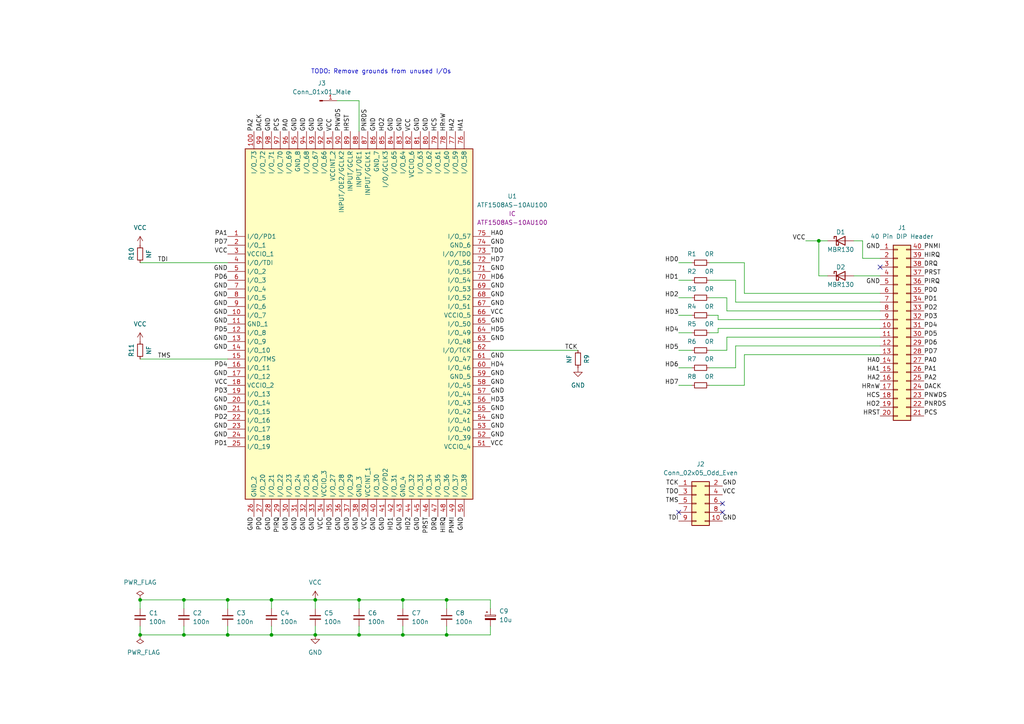
<source format=kicad_sch>
(kicad_sch (version 20211123) (generator eeschema)
  (paper "A4")
  (lib_symbols
    (symbol "ATF1508AS-10AU100:ATF1508AS-10AU100"
      (property "Value" "ATF1508AS-10AU100" (at 0 0 0))
      (property "Reference_1" "IC" (at 72.39 30.48 0))
      (property "Value_1" "ATF1508AS-10AU100" (at 72.39 27.94 0))
      (symbol "ATF1508AS-10AU100_1_1"
        (rectangle (start 5.08 25.4) (end 71.12 -76.2) (stroke (width 0.254)) (fill (type background)))
        (pin passive line (at 0 0 0) (length 5.08) (name "I/O/PD1") (number "1"))
        (pin passive line (at 0 -22.86 0) (length 5.08) (name "I/O_7") (number "10"))
        (pin passive line (at 7.62 30.48 270) (length 5.08) (name "I/O_73") (number "100"))
        (pin passive line (at 0 -25.4 0) (length 5.08) (name "GND_1") (number "11"))
        (pin passive line (at 0 -27.94 0) (length 5.08) (name "I/O_8") (number "12"))
        (pin passive line (at 0 -30.48 0) (length 5.08) (name "I/O_9") (number "13"))
        (pin passive line (at 0 -33.02 0) (length 5.08) (name "I/O_10") (number "14"))
        (pin passive line (at 0 -35.56 0) (length 5.08) (name "I/O/TMS") (number "15"))
        (pin passive line (at 0 -38.1 0) (length 5.08) (name "I/O_11") (number "16"))
        (pin passive line (at 0 -40.64 0) (length 5.08) (name "I/O_12") (number "17"))
        (pin passive line (at 0 -43.18 0) (length 5.08) (name "VCCIO_2") (number "18"))
        (pin passive line (at 0 -45.72 0) (length 5.08) (name "I/O_13") (number "19"))
        (pin passive line (at 0 -2.54 0) (length 5.08) (name "I/O_1") (number "2"))
        (pin passive line (at 0 -48.26 0) (length 5.08) (name "I/O_14") (number "20"))
        (pin passive line (at 0 -50.8 0) (length 5.08) (name "I/O_15") (number "21"))
        (pin passive line (at 0 -53.34 0) (length 5.08) (name "I/O_16") (number "22"))
        (pin passive line (at 0 -55.88 0) (length 5.08) (name "I/O_17") (number "23"))
        (pin passive line (at 0 -58.42 0) (length 5.08) (name "I/O_18") (number "24"))
        (pin passive line (at 0 -60.96 0) (length 5.08) (name "I/O_19") (number "25"))
        (pin passive line (at 7.62 -81.28 90) (length 5.08) (name "GND_2") (number "26"))
        (pin passive line (at 10.16 -81.28 90) (length 5.08) (name "I/O_20") (number "27"))
        (pin passive line (at 12.7 -81.28 90) (length 5.08) (name "I/O_21") (number "28"))
        (pin passive line (at 15.24 -81.28 90) (length 5.08) (name "I/O_22") (number "29"))
        (pin passive line (at 0 -5.08 0) (length 5.08) (name "VCCIO_1") (number "3"))
        (pin passive line (at 17.78 -81.28 90) (length 5.08) (name "I/O_23") (number "30"))
        (pin passive line (at 20.32 -81.28 90) (length 5.08) (name "I/O_24") (number "31"))
        (pin passive line (at 22.86 -81.28 90) (length 5.08) (name "I/O_25") (number "32"))
        (pin passive line (at 25.4 -81.28 90) (length 5.08) (name "I/O_26") (number "33"))
        (pin passive line (at 27.94 -81.28 90) (length 5.08) (name "VCCIO_3") (number "34"))
        (pin passive line (at 30.48 -81.28 90) (length 5.08) (name "I/O_27") (number "35"))
        (pin passive line (at 33.02 -81.28 90) (length 5.08) (name "I/O_28") (number "36"))
        (pin passive line (at 35.56 -81.28 90) (length 5.08) (name "I/O_29") (number "37"))
        (pin passive line (at 38.1 -81.28 90) (length 5.08) (name "GND_3") (number "38"))
        (pin passive line (at 40.64 -81.28 90) (length 5.08) (name "VCCINT_1") (number "39"))
        (pin passive line (at 0 -7.62 0) (length 5.08) (name "I/O/TDI") (number "4"))
        (pin passive line (at 43.18 -81.28 90) (length 5.08) (name "I/O_30") (number "40"))
        (pin passive line (at 45.72 -81.28 90) (length 5.08) (name "I/O/PD2") (number "41"))
        (pin passive line (at 48.26 -81.28 90) (length 5.08) (name "I/O_31") (number "42"))
        (pin passive line (at 50.8 -81.28 90) (length 5.08) (name "GND_4") (number "43"))
        (pin passive line (at 53.34 -81.28 90) (length 5.08) (name "I/O_32") (number "44"))
        (pin passive line (at 55.88 -81.28 90) (length 5.08) (name "I/O_33") (number "45"))
        (pin passive line (at 58.42 -81.28 90) (length 5.08) (name "I/O_34") (number "46"))
        (pin passive line (at 60.96 -81.28 90) (length 5.08) (name "I/O_35") (number "47"))
        (pin passive line (at 63.5 -81.28 90) (length 5.08) (name "I/O_36") (number "48"))
        (pin passive line (at 66.04 -81.28 90) (length 5.08) (name "I/O_37") (number "49"))
        (pin passive line (at 0 -10.16 0) (length 5.08) (name "I/O_2") (number "5"))
        (pin passive line (at 68.58 -81.28 90) (length 5.08) (name "I/O_38") (number "50"))
        (pin passive line (at 76.2 -60.96 180) (length 5.08) (name "VCCIO_4") (number "51"))
        (pin passive line (at 76.2 -58.42 180) (length 5.08) (name "I/O_39") (number "52"))
        (pin passive line (at 76.2 -55.88 180) (length 5.08) (name "I/O_40") (number "53"))
        (pin passive line (at 76.2 -53.34 180) (length 5.08) (name "I/O_41") (number "54"))
        (pin passive line (at 76.2 -50.8 180) (length 5.08) (name "I/O_42") (number "55"))
        (pin passive line (at 76.2 -48.26 180) (length 5.08) (name "I/O_43") (number "56"))
        (pin passive line (at 76.2 -45.72 180) (length 5.08) (name "I/O_44") (number "57"))
        (pin passive line (at 76.2 -43.18 180) (length 5.08) (name "I/O_45") (number "58"))
        (pin passive line (at 76.2 -40.64 180) (length 5.08) (name "GND_5") (number "59"))
        (pin passive line (at 0 -12.7 0) (length 5.08) (name "I/O_3") (number "6"))
        (pin passive line (at 76.2 -38.1 180) (length 5.08) (name "I/O_46") (number "60"))
        (pin passive line (at 76.2 -35.56 180) (length 5.08) (name "I/O_47") (number "61"))
        (pin passive line (at 76.2 -33.02 180) (length 5.08) (name "I/O/TCK") (number "62"))
        (pin passive line (at 76.2 -30.48 180) (length 5.08) (name "I/O_48") (number "63"))
        (pin passive line (at 76.2 -27.94 180) (length 5.08) (name "I/O_49") (number "64"))
        (pin passive line (at 76.2 -25.4 180) (length 5.08) (name "I/O_50") (number "65"))
        (pin passive line (at 76.2 -22.86 180) (length 5.08) (name "VCCIO_5") (number "66"))
        (pin passive line (at 76.2 -20.32 180) (length 5.08) (name "I/O_51") (number "67"))
        (pin passive line (at 76.2 -17.78 180) (length 5.08) (name "I/O_52") (number "68"))
        (pin passive line (at 76.2 -15.24 180) (length 5.08) (name "I/O_53") (number "69"))
        (pin passive line (at 0 -15.24 0) (length 5.08) (name "I/O_4") (number "7"))
        (pin passive line (at 76.2 -12.7 180) (length 5.08) (name "I/O_54") (number "70"))
        (pin passive line (at 76.2 -10.16 180) (length 5.08) (name "I/O_55") (number "71"))
        (pin passive line (at 76.2 -7.62 180) (length 5.08) (name "I/O_56") (number "72"))
        (pin passive line (at 76.2 -5.08 180) (length 5.08) (name "I/O/TDO") (number "73"))
        (pin passive line (at 76.2 -2.54 180) (length 5.08) (name "GND_6") (number "74"))
        (pin passive line (at 76.2 0 180) (length 5.08) (name "I/O_57") (number "75"))
        (pin passive line (at 68.58 30.48 270) (length 5.08) (name "I/O_58") (number "76"))
        (pin passive line (at 66.04 30.48 270) (length 5.08) (name "I/O_59") (number "77"))
        (pin passive line (at 63.5 30.48 270) (length 5.08) (name "I/O_60") (number "78"))
        (pin passive line (at 60.96 30.48 270) (length 5.08) (name "I/O_61") (number "79"))
        (pin passive line (at 0 -17.78 0) (length 5.08) (name "I/O_5") (number "8"))
        (pin passive line (at 58.42 30.48 270) (length 5.08) (name "I/O_62") (number "80"))
        (pin passive line (at 55.88 30.48 270) (length 5.08) (name "I/O_63") (number "81"))
        (pin passive line (at 53.34 30.48 270) (length 5.08) (name "VCCIO_6") (number "82"))
        (pin passive line (at 50.8 30.48 270) (length 5.08) (name "I/O_64") (number "83"))
        (pin passive line (at 48.26 30.48 270) (length 5.08) (name "I/O_65") (number "84"))
        (pin passive line (at 45.72 30.48 270) (length 5.08) (name "I/O/GCLK3") (number "85"))
        (pin passive line (at 43.18 30.48 270) (length 5.08) (name "GND_7") (number "86"))
        (pin passive line (at 40.64 30.48 270) (length 5.08) (name "INPUT/GCLK1") (number "87"))
        (pin passive line (at 38.1 30.48 270) (length 5.08) (name "INPUT/OE1") (number "88"))
        (pin passive line (at 35.56 30.48 270) (length 5.08) (name "INPUT/GCLR") (number "89"))
        (pin passive line (at 0 -20.32 0) (length 5.08) (name "I/O_6") (number "9"))
        (pin passive line (at 33.02 30.48 270) (length 5.08) (name "INPUT/OE2/GCLK2") (number "90"))
        (pin passive line (at 30.48 30.48 270) (length 5.08) (name "VCCINT_2") (number "91"))
        (pin passive line (at 27.94 30.48 270) (length 5.08) (name "I/O_66") (number "92"))
        (pin passive line (at 25.4 30.48 270) (length 5.08) (name "I/O_67") (number "93"))
        (pin passive line (at 22.86 30.48 270) (length 5.08) (name "I/O_68") (number "94"))
        (pin passive line (at 20.32 30.48 270) (length 5.08) (name "GND_8") (number "95"))
        (pin passive line (at 17.78 30.48 270) (length 5.08) (name "I/O_69") (number "96"))
        (pin passive line (at 15.24 30.48 270) (length 5.08) (name "I/O_70") (number "97"))
        (pin passive line (at 12.7 30.48 270) (length 5.08) (name "I/O_71") (number "98"))
        (pin passive line (at 10.16 30.48 270) (length 5.08) (name "I/O_72") (number "99"))
      )
    )
    (symbol "Connector:Conn_01x01_Male" (pin_names (offset 1.016) hide)
      (property "Reference" "J" (at 0 2.54 0))
      (property "Value" "Conn_01x01_Male" (at 0 -2.54 0))
      (symbol "Conn_01x01_Male_1_1"
        (polyline (pts (xy 1.27 0) (xy 0.8636 0)) (stroke (width 0.1524)))
        (rectangle (start 0.8636 0.127) (end 0 -0.127) (stroke (width 0.1524)) (fill (type outline)))
        (pin passive line (at 5.08 0 180) (length 3.81) (name "Pin_1") (number "1"))
      )
    )
    (symbol "Connector_Generic:Conn_02x05_Odd_Even" (pin_names (offset 1.016) hide)
      (property "Reference" "J" (at 1.27 7.62 0))
      (property "Value" "Conn_02x05_Odd_Even" (at 1.27 -7.62 0))
      (symbol "Conn_02x05_Odd_Even_1_1"
        (rectangle (start -1.27 -4.953) (end 0 -5.207) (stroke (width 0.1524)))
        (rectangle (start -1.27 -2.413) (end 0 -2.667) (stroke (width 0.1524)))
        (rectangle (start -1.27 0.127) (end 0 -0.127) (stroke (width 0.1524)))
        (rectangle (start -1.27 2.667) (end 0 2.413) (stroke (width 0.1524)))
        (rectangle (start -1.27 5.207) (end 0 4.953) (stroke (width 0.1524)))
        (rectangle (start -1.27 6.35) (end 3.81 -6.35) (stroke (width 0.254)) (fill (type background)))
        (rectangle (start 3.81 -4.953) (end 2.54 -5.207) (stroke (width 0.1524)))
        (rectangle (start 3.81 -2.413) (end 2.54 -2.667) (stroke (width 0.1524)))
        (rectangle (start 3.81 0.127) (end 2.54 -0.127) (stroke (width 0.1524)))
        (rectangle (start 3.81 2.667) (end 2.54 2.413) (stroke (width 0.1524)))
        (rectangle (start 3.81 5.207) (end 2.54 4.953) (stroke (width 0.1524)))
        (pin passive line (at -5.08 5.08 0) (length 3.81) (name "Pin_1") (number "1"))
        (pin passive line (at 7.62 -5.08 180) (length 3.81) (name "Pin_10") (number "10"))
        (pin passive line (at 7.62 5.08 180) (length 3.81) (name "Pin_2") (number "2"))
        (pin passive line (at -5.08 2.54 0) (length 3.81) (name "Pin_3") (number "3"))
        (pin passive line (at 7.62 2.54 180) (length 3.81) (name "Pin_4") (number "4"))
        (pin passive line (at -5.08 0 0) (length 3.81) (name "Pin_5") (number "5"))
        (pin passive line (at 7.62 0 180) (length 3.81) (name "Pin_6") (number "6"))
        (pin passive line (at -5.08 -2.54 0) (length 3.81) (name "Pin_7") (number "7"))
        (pin passive line (at 7.62 -2.54 180) (length 3.81) (name "Pin_8") (number "8"))
        (pin passive line (at -5.08 -5.08 0) (length 3.81) (name "Pin_9") (number "9"))
      )
    )
    (symbol "Connector_Generic:Conn_02x20_Counter_Clockwise" (pin_names (offset 1.016) hide)
      (property "Reference" "J" (at 1.27 25.4 0))
      (property "Value" "Conn_02x20_Counter_Clockwise" (at 1.27 -27.94 0))
      (symbol "Conn_02x20_Counter_Clockwise_1_1"
        (rectangle (start -1.27 -25.273) (end 0 -25.527) (stroke (width 0.1524)))
        (rectangle (start -1.27 -22.733) (end 0 -22.987) (stroke (width 0.1524)))
        (rectangle (start -1.27 -20.193) (end 0 -20.447) (stroke (width 0.1524)))
        (rectangle (start -1.27 -17.653) (end 0 -17.907) (stroke (width 0.1524)))
        (rectangle (start -1.27 -15.113) (end 0 -15.367) (stroke (width 0.1524)))
        (rectangle (start -1.27 -12.573) (end 0 -12.827) (stroke (width 0.1524)))
        (rectangle (start -1.27 -10.033) (end 0 -10.287) (stroke (width 0.1524)))
        (rectangle (start -1.27 -7.493) (end 0 -7.747) (stroke (width 0.1524)))
        (rectangle (start -1.27 -4.953) (end 0 -5.207) (stroke (width 0.1524)))
        (rectangle (start -1.27 -2.413) (end 0 -2.667) (stroke (width 0.1524)))
        (rectangle (start -1.27 0.127) (end 0 -0.127) (stroke (width 0.1524)))
        (rectangle (start -1.27 2.667) (end 0 2.413) (stroke (width 0.1524)))
        (rectangle (start -1.27 5.207) (end 0 4.953) (stroke (width 0.1524)))
        (rectangle (start -1.27 7.747) (end 0 7.493) (stroke (width 0.1524)))
        (rectangle (start -1.27 10.287) (end 0 10.033) (stroke (width 0.1524)))
        (rectangle (start -1.27 12.827) (end 0 12.573) (stroke (width 0.1524)))
        (rectangle (start -1.27 15.367) (end 0 15.113) (stroke (width 0.1524)))
        (rectangle (start -1.27 17.907) (end 0 17.653) (stroke (width 0.1524)))
        (rectangle (start -1.27 20.447) (end 0 20.193) (stroke (width 0.1524)))
        (rectangle (start -1.27 22.987) (end 0 22.733) (stroke (width 0.1524)))
        (rectangle (start -1.27 24.13) (end 3.81 -26.67) (stroke (width 0.254)) (fill (type background)))
        (rectangle (start 3.81 -25.273) (end 2.54 -25.527) (stroke (width 0.1524)))
        (rectangle (start 3.81 -22.733) (end 2.54 -22.987) (stroke (width 0.1524)))
        (rectangle (start 3.81 -20.193) (end 2.54 -20.447) (stroke (width 0.1524)))
        (rectangle (start 3.81 -17.653) (end 2.54 -17.907) (stroke (width 0.1524)))
        (rectangle (start 3.81 -15.113) (end 2.54 -15.367) (stroke (width 0.1524)))
        (rectangle (start 3.81 -12.573) (end 2.54 -12.827) (stroke (width 0.1524)))
        (rectangle (start 3.81 -10.033) (end 2.54 -10.287) (stroke (width 0.1524)))
        (rectangle (start 3.81 -7.493) (end 2.54 -7.747) (stroke (width 0.1524)))
        (rectangle (start 3.81 -4.953) (end 2.54 -5.207) (stroke (width 0.1524)))
        (rectangle (start 3.81 -2.413) (end 2.54 -2.667) (stroke (width 0.1524)))
        (rectangle (start 3.81 0.127) (end 2.54 -0.127) (stroke (width 0.1524)))
        (rectangle (start 3.81 2.667) (end 2.54 2.413) (stroke (width 0.1524)))
        (rectangle (start 3.81 5.207) (end 2.54 4.953) (stroke (width 0.1524)))
        (rectangle (start 3.81 7.747) (end 2.54 7.493) (stroke (width 0.1524)))
        (rectangle (start 3.81 10.287) (end 2.54 10.033) (stroke (width 0.1524)))
        (rectangle (start 3.81 12.827) (end 2.54 12.573) (stroke (width 0.1524)))
        (rectangle (start 3.81 15.367) (end 2.54 15.113) (stroke (width 0.1524)))
        (rectangle (start 3.81 17.907) (end 2.54 17.653) (stroke (width 0.1524)))
        (rectangle (start 3.81 20.447) (end 2.54 20.193) (stroke (width 0.1524)))
        (rectangle (start 3.81 22.987) (end 2.54 22.733) (stroke (width 0.1524)))
        (pin passive line (at -5.08 22.86 0) (length 3.81) (name "Pin_1") (number "1"))
        (pin passive line (at -5.08 0 0) (length 3.81) (name "Pin_10") (number "10"))
        (pin passive line (at -5.08 -2.54 0) (length 3.81) (name "Pin_11") (number "11"))
        (pin passive line (at -5.08 -5.08 0) (length 3.81) (name "Pin_12") (number "12"))
        (pin passive line (at -5.08 -7.62 0) (length 3.81) (name "Pin_13") (number "13"))
        (pin passive line (at -5.08 -10.16 0) (length 3.81) (name "Pin_14") (number "14"))
        (pin passive line (at -5.08 -12.7 0) (length 3.81) (name "Pin_15") (number "15"))
        (pin passive line (at -5.08 -15.24 0) (length 3.81) (name "Pin_16") (number "16"))
        (pin passive line (at -5.08 -17.78 0) (length 3.81) (name "Pin_17") (number "17"))
        (pin passive line (at -5.08 -20.32 0) (length 3.81) (name "Pin_18") (number "18"))
        (pin passive line (at -5.08 -22.86 0) (length 3.81) (name "Pin_19") (number "19"))
        (pin passive line (at -5.08 20.32 0) (length 3.81) (name "Pin_2") (number "2"))
        (pin passive line (at -5.08 -25.4 0) (length 3.81) (name "Pin_20") (number "20"))
        (pin passive line (at 7.62 -25.4 180) (length 3.81) (name "Pin_21") (number "21"))
        (pin passive line (at 7.62 -22.86 180) (length 3.81) (name "Pin_22") (number "22"))
        (pin passive line (at 7.62 -20.32 180) (length 3.81) (name "Pin_23") (number "23"))
        (pin passive line (at 7.62 -17.78 180) (length 3.81) (name "Pin_24") (number "24"))
        (pin passive line (at 7.62 -15.24 180) (length 3.81) (name "Pin_25") (number "25"))
        (pin passive line (at 7.62 -12.7 180) (length 3.81) (name "Pin_26") (number "26"))
        (pin passive line (at 7.62 -10.16 180) (length 3.81) (name "Pin_27") (number "27"))
        (pin passive line (at 7.62 -7.62 180) (length 3.81) (name "Pin_28") (number "28"))
        (pin passive line (at 7.62 -5.08 180) (length 3.81) (name "Pin_29") (number "29"))
        (pin passive line (at -5.08 17.78 0) (length 3.81) (name "Pin_3") (number "3"))
        (pin passive line (at 7.62 -2.54 180) (length 3.81) (name "Pin_30") (number "30"))
        (pin passive line (at 7.62 0 180) (length 3.81) (name "Pin_31") (number "31"))
        (pin passive line (at 7.62 2.54 180) (length 3.81) (name "Pin_32") (number "32"))
        (pin passive line (at 7.62 5.08 180) (length 3.81) (name "Pin_33") (number "33"))
        (pin passive line (at 7.62 7.62 180) (length 3.81) (name "Pin_34") (number "34"))
        (pin passive line (at 7.62 10.16 180) (length 3.81) (name "Pin_35") (number "35"))
        (pin passive line (at 7.62 12.7 180) (length 3.81) (name "Pin_36") (number "36"))
        (pin passive line (at 7.62 15.24 180) (length 3.81) (name "Pin_37") (number "37"))
        (pin passive line (at 7.62 17.78 180) (length 3.81) (name "Pin_38") (number "38"))
        (pin passive line (at 7.62 20.32 180) (length 3.81) (name "Pin_39") (number "39"))
        (pin passive line (at -5.08 15.24 0) (length 3.81) (name "Pin_4") (number "4"))
        (pin passive line (at 7.62 22.86 180) (length 3.81) (name "Pin_40") (number "40"))
        (pin passive line (at -5.08 12.7 0) (length 3.81) (name "Pin_5") (number "5"))
        (pin passive line (at -5.08 10.16 0) (length 3.81) (name "Pin_6") (number "6"))
        (pin passive line (at -5.08 7.62 0) (length 3.81) (name "Pin_7") (number "7"))
        (pin passive line (at -5.08 5.08 0) (length 3.81) (name "Pin_8") (number "8"))
        (pin passive line (at -5.08 2.54 0) (length 3.81) (name "Pin_9") (number "9"))
      )
    )
    (symbol "Device:C_Polarized_Small" (pin_numbers hide) (pin_names (offset 0.254) hide)
      (property "Reference" "C" (at 0.254 1.778 0))
      (property "Value" "C_Polarized_Small" (at 0.254 -2.032 0))
      (symbol "C_Polarized_Small_0_1"
        (rectangle (start -1.524 -0.3048) (end 1.524 -0.6858) (fill (type outline)))
        (rectangle (start -1.524 0.6858) (end 1.524 0.3048))
        (polyline (pts (xy -1.27 1.524) (xy -0.762 1.524)))
        (polyline (pts (xy -1.016 1.27) (xy -1.016 1.778)))
      )
      (symbol "C_Polarized_Small_1_1"
        (pin passive line (at 0 2.54 270) (length 1.8542) (name "~") (number "1"))
        (pin passive line (at 0 -2.54 90) (length 1.8542) (name "~") (number "2"))
      )
    )
    (symbol "Device:C_Small" (pin_numbers hide) (pin_names (offset 0.254) hide)
      (property "Reference" "C" (at 0.254 1.778 0))
      (property "Value" "C_Small" (at 0.254 -2.032 0))
      (symbol "C_Small_0_1"
        (polyline (pts (xy -1.524 -0.508) (xy 1.524 -0.508)) (stroke (width 0.3302)))
        (polyline (pts (xy -1.524 0.508) (xy 1.524 0.508)) (stroke (width 0.3048)))
      )
      (symbol "C_Small_1_1"
        (pin passive line (at 0 2.54 270) (length 2.032) (name "~") (number "1"))
        (pin passive line (at 0 -2.54 90) (length 2.032) (name "~") (number "2"))
      )
    )
    (symbol "Device:D_Schottky" (pin_numbers hide) (pin_names (offset 1.016) hide)
      (property "Reference" "D" (at 0 2.54 0))
      (property "Value" "D_Schottky" (at 0 -2.54 0))
      (symbol "D_Schottky_0_1"
        (polyline (pts (xy 1.27 0) (xy -1.27 0)))
        (polyline (pts (xy 1.27 1.27) (xy 1.27 -1.27) (xy -1.27 0) (xy 1.27 1.27)) (stroke (width 0.254)))
        (polyline (pts (xy -1.905 0.635) (xy -1.905 1.27) (xy -1.27 1.27) (xy -1.27 -1.27) (xy -0.635 -1.27) (xy -0.635 -0.635)) (stroke (width 0.254)))
      )
      (symbol "D_Schottky_1_1"
        (pin passive line (at -3.81 0 0) (length 2.54) (name "K") (number "1"))
        (pin passive line (at 3.81 0 180) (length 2.54) (name "A") (number "2"))
      )
    )
    (symbol "Device:R_Small" (pin_numbers hide) (pin_names (offset 0.254) hide)
      (property "Reference" "R" (at 0.762 0.508 0))
      (property "Value" "R_Small" (at 0.762 -1.016 0))
      (symbol "R_Small_0_1"
        (rectangle (start -0.762 1.778) (end 0.762 -1.778) (stroke (width 0.2032)))
      )
      (symbol "R_Small_1_1"
        (pin passive line (at 0 2.54 270) (length 0.762) (name "~") (number "1"))
        (pin passive line (at 0 -2.54 90) (length 0.762) (name "~") (number "2"))
      )
    )
    (symbol "power:GND" (power) (pin_names (offset 0))
      (property "Value" "GND" (at 0 -3.81 0))
      (symbol "GND_0_1"
        (polyline (pts (xy 0 0) (xy 0 -1.27) (xy 1.27 -1.27) (xy 0 -2.54) (xy -1.27 -1.27) (xy 0 -1.27)))
      )
      (symbol "GND_1_1"
        (pin power_in line (at 0 0 270) (length 0) hide (name "GND") (number "1"))
      )
    )
    (symbol "power:PWR_FLAG" (power) (pin_numbers hide) (pin_names (offset 0) hide)
      (property "Value" "PWR_FLAG" (at 0 3.81 0))
      (symbol "PWR_FLAG_0_0"
        (pin power_out line (at 0 0 90) (length 0) (name "pwr") (number "1"))
      )
      (symbol "PWR_FLAG_0_1"
        (polyline (pts (xy 0 0) (xy 0 1.27) (xy -1.016 1.905) (xy 0 2.54) (xy 1.016 1.905) (xy 0 1.27)))
      )
    )
    (symbol "power:VCC" (power) (pin_names (offset 0))
      (property "Value" "VCC" (at 0 3.81 0))
      (symbol "VCC_0_1"
        (polyline (pts (xy -0.762 1.27) (xy 0 2.54)))
        (polyline (pts (xy 0 0) (xy 0 2.54)))
        (polyline (pts (xy 0 2.54) (xy 0.762 1.27)))
      )
      (symbol "VCC_1_1"
        (pin power_in line (at 0 0 90) (length 0) hide (name "VCC") (number "1"))
      )
    )
  )
  (junction (at 66.04 173.99))
  (junction (at 53.34 173.99))
  (junction (at 78.74 173.99))
  (junction (at 104.14 173.99))
  (junction (at 91.44 184.15))
  (junction (at 66.04 184.15))
  (junction (at 116.84 184.15))
  (junction (at 40.64 173.99))
  (junction (at 40.64 184.15))
  (junction (at 53.34 184.15))
  (junction (at 237.49 69.85))
  (junction (at 104.14 184.15))
  (junction (at 78.74 184.15))
  (junction (at 129.54 184.15))
  (junction (at 129.54 173.99))
  (junction (at 116.84 173.99))
  (junction (at 91.44 173.99))
  (no_connect (at 209.55 148.59))
  (no_connect (at 255.27 77.47))
  (no_connect (at 196.85 148.59))
  (no_connect (at 209.55 146.05))
  (wire (pts (xy 255.27 97.79) (xy 210.82 97.79)))
  (wire (pts (xy 66.04 76.2) (xy 40.64 76.2)))
  (wire (pts (xy 104.14 173.99) (xy 104.14 176.53)))
  (wire (pts (xy 247.65 80.01) (xy 255.27 80.01)))
  (wire (pts (xy 78.74 173.99) (xy 78.74 176.53)))
  (wire (pts (xy 255.27 95.25) (xy 208.28 95.25)))
  (wire (pts (xy 40.64 184.15) (xy 53.34 184.15)))
  (wire (pts (xy 53.34 184.15) (xy 66.04 184.15)))
  (wire (pts (xy 240.03 69.85) (xy 237.49 69.85)))
  (wire (pts (xy 116.84 173.99) (xy 129.54 173.99)))
  (wire (pts (xy 205.74 86.36) (xy 210.82 86.36)))
  (wire (pts (xy 66.04 184.15) (xy 78.74 184.15)))
  (wire (pts (xy 53.34 181.61) (xy 53.34 184.15)))
  (wire (pts (xy 104.14 29.21) (xy 104.14 38.1)))
  (wire (pts (xy 196.85 101.6) (xy 200.66 101.6)))
  (wire (pts (xy 91.44 184.15) (xy 104.14 184.15)))
  (wire (pts (xy 116.84 184.15) (xy 129.54 184.15)))
  (wire (pts (xy 78.74 173.99) (xy 91.44 173.99)))
  (wire (pts (xy 91.44 173.99) (xy 104.14 173.99)))
  (wire (pts (xy 97.79 29.21) (xy 104.14 29.21)))
  (wire (pts (xy 215.9 102.87) (xy 215.9 111.76)))
  (wire (pts (xy 255.27 92.71) (xy 208.28 92.71)))
  (wire (pts (xy 255.27 87.63) (xy 213.36 87.63)))
  (wire (pts (xy 210.82 90.17) (xy 210.82 86.36)))
  (wire (pts (xy 116.84 173.99) (xy 116.84 176.53)))
  (wire (pts (xy 196.85 81.28) (xy 200.66 81.28)))
  (wire (pts (xy 142.24 184.15) (xy 142.24 181.61)))
  (wire (pts (xy 250.19 69.85) (xy 247.65 69.85)))
  (wire (pts (xy 91.44 184.15) (xy 91.44 181.61)))
  (wire (pts (xy 255.27 74.93) (xy 250.19 74.93)))
  (wire (pts (xy 215.9 76.2) (xy 205.74 76.2)))
  (wire (pts (xy 53.34 173.99) (xy 53.34 176.53)))
  (wire (pts (xy 129.54 173.99) (xy 142.24 173.99)))
  (wire (pts (xy 116.84 184.15) (xy 116.84 181.61)))
  (wire (pts (xy 213.36 100.33) (xy 213.36 106.68)))
  (wire (pts (xy 142.24 173.99) (xy 142.24 176.53)))
  (wire (pts (xy 196.85 86.36) (xy 200.66 86.36)))
  (wire (pts (xy 66.04 173.99) (xy 78.74 173.99)))
  (wire (pts (xy 250.19 74.93) (xy 250.19 69.85)))
  (wire (pts (xy 213.36 87.63) (xy 213.36 81.28)))
  (wire (pts (xy 208.28 92.71) (xy 208.28 91.44)))
  (wire (pts (xy 40.64 181.61) (xy 40.64 184.15)))
  (wire (pts (xy 196.85 106.68) (xy 200.66 106.68)))
  (wire (pts (xy 104.14 184.15) (xy 116.84 184.15)))
  (wire (pts (xy 66.04 104.14) (xy 40.64 104.14)))
  (wire (pts (xy 210.82 97.79) (xy 210.82 101.6)))
  (wire (pts (xy 196.85 111.76) (xy 200.66 111.76)))
  (wire (pts (xy 210.82 101.6) (xy 205.74 101.6)))
  (wire (pts (xy 215.9 85.09) (xy 215.9 76.2)))
  (wire (pts (xy 205.74 91.44) (xy 208.28 91.44)))
  (wire (pts (xy 237.49 80.01) (xy 240.03 80.01)))
  (wire (pts (xy 129.54 181.61) (xy 129.54 184.15)))
  (wire (pts (xy 196.85 91.44) (xy 200.66 91.44)))
  (wire (pts (xy 40.64 173.99) (xy 53.34 173.99)))
  (wire (pts (xy 78.74 184.15) (xy 91.44 184.15)))
  (wire (pts (xy 129.54 184.15) (xy 142.24 184.15)))
  (wire (pts (xy 255.27 85.09) (xy 215.9 85.09)))
  (wire (pts (xy 91.44 173.99) (xy 91.44 176.53)))
  (wire (pts (xy 213.36 106.68) (xy 205.74 106.68)))
  (wire (pts (xy 255.27 90.17) (xy 210.82 90.17)))
  (wire (pts (xy 208.28 95.25) (xy 208.28 96.52)))
  (wire (pts (xy 255.27 100.33) (xy 213.36 100.33)))
  (wire (pts (xy 215.9 111.76) (xy 205.74 111.76)))
  (wire (pts (xy 66.04 181.61) (xy 66.04 184.15)))
  (wire (pts (xy 66.04 173.99) (xy 66.04 176.53)))
  (wire (pts (xy 237.49 69.85) (xy 233.68 69.85)))
  (wire (pts (xy 142.24 101.6) (xy 167.64 101.6)))
  (wire (pts (xy 205.74 81.28) (xy 213.36 81.28)))
  (wire (pts (xy 196.85 76.2) (xy 200.66 76.2)))
  (wire (pts (xy 255.27 102.87) (xy 215.9 102.87)))
  (wire (pts (xy 104.14 173.99) (xy 116.84 173.99)))
  (wire (pts (xy 129.54 173.99) (xy 129.54 176.53)))
  (wire (pts (xy 78.74 184.15) (xy 78.74 181.61)))
  (wire (pts (xy 53.34 173.99) (xy 66.04 173.99)))
  (wire (pts (xy 104.14 181.61) (xy 104.14 184.15)))
  (wire (pts (xy 208.28 96.52) (xy 205.74 96.52)))
  (wire (pts (xy 237.49 69.85) (xy 237.49 80.01)))
  (wire (pts (xy 40.64 176.53) (xy 40.64 173.99)))
  (wire (pts (xy 196.85 96.52) (xy 200.66 96.52)))
  (text "TODO: Remove grounds from unused I/Os" (at 90.17 21.59 0) (effects (font (size 1.27 1.27)) (justify left bottom)))
  (label "PD6" (at 267.97 100.33 0))
  (label "GND" (at 109.22 38.1 90))
  (label "DACK" (at 76.2 38.1 90))
  (label "GND" (at 142.24 111.76 0))
  (label "DRQ" (at 127 149.86 270))
  (label "HD0" (at 196.85 76.2 180))
  (label "GND" (at 209.55 151.13 0))
  (label "HD2" (at 196.85 86.36 180))
  (label "HA0" (at 142.24 68.58 0))
  (label "GND" (at 121.92 149.86 270))
  (label "GND" (at 66.04 93.98 180))
  (label "GND" (at 142.24 114.3 0))
  (label "PA2" (at 73.66 38.1 90))
  (label "GND" (at 66.04 99.06 180))
  (label "HD5" (at 142.24 96.52 0))
  (label "PD5" (at 267.97 97.79 0))
  (label "PNRDS" (at 106.68 38.1 90))
  (label "GND" (at 83.82 149.86 270))
  (label "GND" (at 111.76 149.86 270))
  (label "PD2" (at 267.97 90.17 0))
  (label "PNWDS" (at 267.97 115.57 0))
  (label "PD7" (at 267.97 102.87 0))
  (label "TDO" (at 142.24 73.66 0))
  (label "GND" (at 66.04 127 180))
  (label "HA2" (at 132.08 38.1 90))
  (label "PIRQ" (at 267.97 82.55 0))
  (label "PD1" (at 267.97 87.63 0))
  (label "PCS" (at 267.97 120.65 0))
  (label "GND" (at 134.62 149.86 270))
  (label "GND" (at 66.04 101.6 180))
  (label "PNRDS" (at 267.97 118.11 0))
  (label "TCK" (at 196.85 140.97 180))
  (label "VCC" (at 106.68 149.86 270))
  (label "PIRQ" (at 81.28 149.86 270))
  (label "HA2" (at 255.27 110.49 180))
  (label "TCK" (at 163.83 101.6 0))
  (label "PA0" (at 267.97 105.41 0))
  (label "PD3" (at 267.97 92.71 0))
  (label "PD7" (at 66.04 71.12 180))
  (label "VCC" (at 233.68 69.85 180))
  (label "HO2" (at 255.27 118.11 180))
  (label "HIRQ" (at 267.97 74.93 0))
  (label "HD3" (at 142.24 116.84 0))
  (label "PNMI" (at 267.97 72.39 0))
  (label "HD7" (at 142.24 76.2 0))
  (label "GND" (at 101.6 149.86 270))
  (label "PA0" (at 83.82 38.1 90))
  (label "GND" (at 66.04 91.44 180))
  (label "PRST" (at 124.46 149.86 270))
  (label "GND" (at 121.92 38.1 90))
  (label "VCC" (at 93.98 149.86 270))
  (label "GND" (at 142.24 78.74 0))
  (label "PD5" (at 66.04 96.52 180))
  (label "HD0" (at 96.52 149.86 270))
  (label "TMS" (at 196.85 146.05 180))
  (label "GND" (at 104.14 149.86 270))
  (label "TDI" (at 196.85 151.13 180))
  (label "PNWDS" (at 99.06 38.1 90))
  (label "GND" (at 66.04 83.82 180))
  (label "GND" (at 66.04 88.9 180))
  (label "GND" (at 99.06 149.86 270))
  (label "HD2" (at 119.38 149.86 270))
  (label "GND" (at 142.24 93.98 0))
  (label "GND" (at 142.24 127 0))
  (label "HD4" (at 196.85 96.52 180))
  (label "HD7" (at 196.85 111.76 180))
  (label "GND" (at 114.3 38.1 90))
  (label "HA1" (at 134.62 38.1 90))
  (label "GND" (at 255.27 72.39 180))
  (label "DACK" (at 267.97 113.03 0))
  (label "GND" (at 66.04 116.84 180))
  (label "GND" (at 66.04 78.74 180))
  (label "GND" (at 116.84 38.1 90))
  (label "PD6" (at 66.04 81.28 180))
  (label "PNMI" (at 132.08 149.86 270))
  (label "VCC" (at 66.04 111.76 180))
  (label "HD5" (at 196.85 101.6 180))
  (label "TDI" (at 45.72 76.2 0))
  (label "VCC" (at 96.52 38.1 90))
  (label "PD3" (at 66.04 114.3 180))
  (label "GND" (at 93.98 38.1 90))
  (label "GND" (at 91.44 149.86 270))
  (label "GND" (at 66.04 119.38 180))
  (label "GND" (at 209.55 140.97 0))
  (label "GND" (at 116.84 149.86 270))
  (label "HD4" (at 142.24 106.68 0))
  (label "HO2" (at 111.76 38.1 90))
  (label "HD3" (at 196.85 91.44 180))
  (label "GND" (at 66.04 124.46 180))
  (label "GND" (at 91.44 38.1 90))
  (label "GND" (at 142.24 124.46 0))
  (label "HRnW" (at 255.27 113.03 180))
  (label "GND" (at 73.66 149.86 270))
  (label "HA0" (at 255.27 105.41 180))
  (label "VCC" (at 66.04 73.66 180))
  (label "TDO" (at 196.85 143.51 180))
  (label "GND" (at 86.36 38.1 90))
  (label "GND" (at 142.24 121.92 0))
  (label "GND" (at 88.9 149.86 270))
  (label "HA1" (at 255.27 107.95 180))
  (label "GND" (at 142.24 88.9 0))
  (label "GND" (at 86.36 149.86 270))
  (label "GND" (at 255.27 82.55 180))
  (label "PD4" (at 66.04 106.68 180))
  (label "VCC" (at 142.24 129.54 0))
  (label "GND" (at 66.04 109.22 180))
  (label "HRST" (at 101.6 38.1 90))
  (label "GND" (at 88.9 38.1 90))
  (label "HRnW" (at 129.54 38.1 90))
  (label "HD1" (at 196.85 81.28 180))
  (label "HCS" (at 127 38.1 90))
  (label "TMS" (at 45.72 104.14 0))
  (label "HCS" (at 255.27 115.57 180))
  (label "GND" (at 142.24 71.12 0))
  (label "HD1" (at 114.3 149.86 270))
  (label "GND" (at 142.24 104.14 0))
  (label "PA1" (at 267.97 107.95 0))
  (label "PRST" (at 267.97 80.01 0))
  (label "PD2" (at 66.04 121.92 180))
  (label "GND" (at 124.46 38.1 90))
  (label "VCC" (at 119.38 38.1 90))
  (label "PD0" (at 76.2 149.86 270))
  (label "HD6" (at 196.85 106.68 180))
  (label "GND" (at 142.24 119.38 0))
  (label "PD1" (at 66.04 129.54 180))
  (label "VCC" (at 209.55 143.51 0))
  (label "HRST" (at 255.27 120.65 180))
  (label "HD6" (at 142.24 81.28 0))
  (label "GND" (at 78.74 149.86 270))
  (label "GND" (at 142.24 83.82 0))
  (label "HIRQ" (at 129.54 149.86 270))
  (label "PA2" (at 267.97 110.49 0))
  (label "GND" (at 142.24 109.22 0))
  (label "GND" (at 142.24 99.06 0))
  (label "GND" (at 66.04 86.36 180))
  (label "PD0" (at 267.97 85.09 0))
  (label "PD4" (at 267.97 95.25 0))
  (label "GND" (at 142.24 86.36 0))
  (label "PA1" (at 66.04 68.58 180))
  (label "PCS" (at 81.28 38.1 90))
  (label "GND" (at 78.74 38.1 90))
  (label "VCC" (at 142.24 91.44 0))
  (label "DRQ" (at 267.97 77.47 0))
  (label "GND" (at 109.22 149.86 270))
  (symbol (lib_id "Device:C_Small") (at 116.84 179.07 0) (unit 1)
    (property "Reference" "C7" (at 119.38 177.8062 0) (effects (justify left)))
    (property "Value" "100n" (at 119.38 180.3462 0) (effects (justify left)))
    (property "Footprint" "Capacitor_SMD:C_0805_2012Metric_Pad1.18x1.45mm_HandSolder" (effects hide))
  )
  (symbol (lib_id "Device:D_Schottky") (at 243.84 80.01 0) (unit 1)
    (property "Reference" "D2" (at 243.84 77.47 0))
    (property "Value" "MBR130" (at 243.84 82.55 0))
    (property "Footprint" "Diode_SMD:D_SOD-123" (effects hide))
  )
  (symbol (lib_id "Device:C_Small") (at 66.04 179.07 0) (unit 1)
    (property "Reference" "C3" (at 68.58 177.8062 0) (effects (justify left)))
    (property "Value" "100n" (at 68.58 180.3462 0) (effects (justify left)))
    (property "Footprint" "Capacitor_SMD:C_0805_2012Metric_Pad1.18x1.45mm_HandSolder" (effects hide))
  )
  (symbol (lib_id "Device:R_Small") (at 203.2 96.52 90) (unit 1)
    (property "Reference" "R5" (at 200.66 93.98 90))
    (property "Value" "0R" (at 205.74 93.98 90))
    (property "Footprint" "Resistor_SMD:R_0805_2012Metric_Pad1.20x1.40mm_HandSolder" (effects hide))
  )
  (symbol (lib_id "power:VCC") (at 91.44 173.99 0) (unit 1)
    (property "Reference" "#PWR01" (effects hide))
    (property "Value" "VCC" (at 91.44 168.91 0))
  )
  (symbol (lib_id "ATF1508AS-10AU100:ATF1508AS-10AU100") (at 66.04 68.58 0) (unit 1)
    (property "Reference" "U1" (at 148.59 56.9212 0))
    (property "Value" "ATF1508AS-10AU100" (at 148.59 59.4612 0))
    (property "Footprint" "Package_QFP:TQFP-100_14x14mm_P0.5mm" (effects hide))
    (property "Reference_1" "IC" (at 148.59 62.0012 0))
    (property "Value_1" "ATF1508AS-10AU100" (at 148.59 64.5412 0))
    (property "Footprint_1" "QFP50P1600X1600X120-100N" (effects hide))
    (property "Datasheet_1" "http://ww1.microchip.com/downloads/en/devicedoc/doc0784.pdf" (effects hide))
    (property "Height" "1.2" (effects hide))
    (property "Manufacturer_Name" "Microchip" (effects hide))
    (property "Manufacturer_Part_Number" "ATF1508AS-10AU100" (effects hide))
    (property "Mouser Part Number" "556-AF1508AS10AU100" (effects hide))
    (property "Mouser Price/Stock" "https://www.mouser.co.uk/ProductDetail/Microchip-Technology/ATF1508AS-10AU100?qs=fH4tvdCgwtNCaDFqR17jzQ%3D%3D" (effects hide))
    (property "Arrow Part Number" "ATF1508AS-10AU100" (effects hide))
    (property "Arrow Price/Stock" "https://www.arrow.com/en/products/atf1508as-10au100/microchip-technology?region=nac" (effects hide))
  )
  (symbol (lib_id "power:PWR_FLAG") (at 40.64 184.15 180) (unit 1)
    (property "Reference" "#FLG0102" (effects hide))
    (property "Value" "PWR_FLAG" (at 36.83 189.23 0) (effects (justify right)))
  )
  (symbol (lib_id "power:GND") (at 91.44 184.15 0) (unit 1)
    (property "Reference" "#PWR02" (effects hide))
    (property "Value" "GND" (at 91.44 189.23 0))
  )
  (symbol (lib_id "Device:R_Small") (at 203.2 111.76 90) (unit 1)
    (property "Reference" "R8" (at 200.66 109.22 90))
    (property "Value" "0R" (at 205.74 109.22 90))
    (property "Footprint" "Resistor_SMD:R_0805_2012Metric_Pad1.20x1.40mm_HandSolder" (effects hide))
  )
  (symbol (lib_id "power:PWR_FLAG") (at 40.64 173.99 0) (unit 1)
    (property "Reference" "#FLG0101" (effects hide))
    (property "Value" "PWR_FLAG" (at 40.64 168.91 0))
  )
  (symbol (lib_id "Device:R_Small") (at 40.64 73.66 0) (unit 1)
    (property "Reference" "R10" (at 38.1 73.66 90))
    (property "Value" "NF" (at 43.18 73.66 90))
    (property "Footprint" "Resistor_SMD:R_0805_2012Metric_Pad1.20x1.40mm_HandSolder" (effects hide))
  )
  (symbol (lib_id "Connector_Generic:Conn_02x05_Odd_Even") (at 201.93 146.05 0) (unit 1)
    (property "Reference" "J2" (at 203.2 134.62 0))
    (property "Value" "Conn_02x05_Odd_Even" (at 203.2 137.16 0))
    (property "Footprint" "Connector_PinHeader_2.54mm:PinHeader_2x05_P2.54mm_Vertical" (effects hide))
  )
  (symbol (lib_id "Device:C_Small") (at 129.54 179.07 0) (unit 1)
    (property "Reference" "C8" (at 132.08 177.8062 0) (effects (justify left)))
    (property "Value" "100n" (at 132.08 180.3462 0) (effects (justify left)))
    (property "Footprint" "Capacitor_SMD:C_0805_2012Metric_Pad1.18x1.45mm_HandSolder" (effects hide))
  )
  (symbol (lib_id "Device:C_Small") (at 40.64 179.07 0) (unit 1)
    (property "Reference" "C1" (at 43.18 177.8062 0) (effects (justify left)))
    (property "Value" "100n" (at 43.18 180.3462 0) (effects (justify left)))
    (property "Footprint" "Capacitor_SMD:C_0805_2012Metric_Pad1.18x1.45mm_HandSolder" (effects hide))
  )
  (symbol (lib_id "Device:C_Small") (at 91.44 179.07 0) (unit 1)
    (property "Reference" "C5" (at 93.98 177.8062 0) (effects (justify left)))
    (property "Value" "100n" (at 93.98 180.3462 0) (effects (justify left)))
    (property "Footprint" "Capacitor_SMD:C_0805_2012Metric_Pad1.18x1.45mm_HandSolder" (effects hide))
  )
  (symbol (lib_id "Device:R_Small") (at 203.2 91.44 90) (unit 1)
    (property "Reference" "R4" (at 200.66 88.9 90))
    (property "Value" "0R" (at 205.74 88.9 90))
    (property "Footprint" "Resistor_SMD:R_0805_2012Metric_Pad1.20x1.40mm_HandSolder" (effects hide))
  )
  (symbol (lib_id "Device:C_Small") (at 53.34 179.07 0) (unit 1)
    (property "Reference" "C2" (at 55.88 177.8062 0) (effects (justify left)))
    (property "Value" "100n" (at 55.88 180.3462 0) (effects (justify left)))
    (property "Footprint" "Capacitor_SMD:C_0805_2012Metric_Pad1.18x1.45mm_HandSolder" (effects hide))
  )
  (symbol (lib_id "Device:C_Polarized_Small") (at 142.24 179.07 0) (unit 1)
    (property "Reference" "C9" (at 144.78 177.2538 0) (effects (justify left)))
    (property "Value" "10u" (at 144.78 179.7938 0) (effects (justify left)))
    (property "Footprint" "Capacitor_Tantalum_SMD:CP_EIA-6032-28_Kemet-C_Pad2.25x2.35mm_HandSolder" (effects hide))
  )
  (symbol (lib_id "Device:R_Small") (at 203.2 76.2 90) (unit 1)
    (property "Reference" "R1" (at 200.66 73.66 90))
    (property "Value" "0R" (at 205.74 73.66 90))
    (property "Footprint" "Resistor_SMD:R_0805_2012Metric_Pad1.20x1.40mm_HandSolder" (effects hide))
  )
  (symbol (lib_id "Device:R_Small") (at 167.64 104.14 0) (unit 1)
    (property "Reference" "R9" (at 170.18 104.14 90))
    (property "Value" "NF" (at 165.1 104.14 90))
    (property "Footprint" "Resistor_SMD:R_0805_2012Metric_Pad1.20x1.40mm_HandSolder" (effects hide))
  )
  (symbol (lib_id "Device:R_Small") (at 40.64 101.6 0) (mirror x) (unit 1)
    (property "Reference" "R11" (at 38.1 101.6 90))
    (property "Value" "NF" (at 43.18 101.6 90))
    (property "Footprint" "Resistor_SMD:R_0805_2012Metric_Pad1.20x1.40mm_HandSolder" (effects hide))
  )
  (symbol (lib_id "power:GND") (at 167.64 106.68 0) (unit 1)
    (property "Reference" "#PWR0103" (effects hide))
    (property "Value" "GND" (at 167.64 111.76 0))
  )
  (symbol (lib_id "Device:C_Small") (at 78.74 179.07 0) (unit 1)
    (property "Reference" "C4" (at 81.28 177.8062 0) (effects (justify left)))
    (property "Value" "100n" (at 81.28 180.3462 0) (effects (justify left)))
    (property "Footprint" "Capacitor_SMD:C_0805_2012Metric_Pad1.18x1.45mm_HandSolder" (effects hide))
  )
  (symbol (lib_id "power:VCC") (at 40.64 99.06 0) (unit 1)
    (property "Reference" "#PWR0102" (effects hide))
    (property "Value" "VCC" (at 40.64 93.98 0))
  )
  (symbol (lib_id "Device:D_Schottky") (at 243.84 69.85 0) (unit 1)
    (property "Reference" "D1" (at 243.84 67.31 0))
    (property "Value" "MBR130" (at 243.84 72.39 0))
    (property "Footprint" "Diode_SMD:D_SOD-123" (effects hide))
  )
  (symbol (lib_id "Device:R_Small") (at 203.2 81.28 90) (unit 1)
    (property "Reference" "R2" (at 200.66 78.74 90))
    (property "Value" "0R" (at 205.74 78.74 90))
    (property "Footprint" "Resistor_SMD:R_0805_2012Metric_Pad1.20x1.40mm_HandSolder" (effects hide))
  )
  (symbol (lib_id "Device:C_Small") (at 104.14 179.07 0) (unit 1)
    (property "Reference" "C6" (at 106.68 177.8062 0) (effects (justify left)))
    (property "Value" "100n" (at 106.68 180.3462 0) (effects (justify left)))
    (property "Footprint" "Capacitor_SMD:C_0805_2012Metric_Pad1.18x1.45mm_HandSolder" (effects hide))
  )
  (symbol (lib_id "Connector_Generic:Conn_02x20_Counter_Clockwise") (at 260.35 95.25 0) (unit 1)
    (property "Reference" "J1" (at 261.62 66.04 0))
    (property "Value" "40 Pin DIP Header" (at 261.62 68.58 0))
    (property "Footprint" "myfootprints:DIP-40_W15.24mm_Header" (effects hide))
  )
  (symbol (lib_id "power:VCC") (at 40.64 71.12 0) (unit 1)
    (property "Reference" "#PWR0101" (effects hide))
    (property "Value" "VCC" (at 40.64 66.04 0))
  )
  (symbol (lib_id "Device:R_Small") (at 203.2 101.6 90) (unit 1)
    (property "Reference" "R6" (at 200.66 99.06 90))
    (property "Value" "0R" (at 205.74 99.06 90))
    (property "Footprint" "Resistor_SMD:R_0805_2012Metric_Pad1.20x1.40mm_HandSolder" (effects hide))
  )
  (symbol (lib_id "Device:R_Small") (at 203.2 86.36 90) (unit 1)
    (property "Reference" "R3" (at 200.66 83.82 90))
    (property "Value" "0R" (at 205.74 83.82 90))
    (property "Footprint" "Resistor_SMD:R_0805_2012Metric_Pad1.20x1.40mm_HandSolder" (effects hide))
  )
  (symbol (lib_id "Connector:Conn_01x01_Male") (at 92.71 29.21 0) (unit 1)
    (property "Reference" "J3" (at 93.345 24.13 0))
    (property "Value" "Conn_01x01_Male" (at 93.345 26.67 0))
    (property "Footprint" "Connector_PinHeader_2.54mm:PinHeader_1x01_P2.54mm_Vertical" (effects hide))
  )
  (symbol (lib_id "Device:R_Small") (at 203.2 106.68 90) (unit 1)
    (property "Reference" "R7" (at 200.66 104.14 90))
    (property "Value" "0R" (at 205.74 104.14 90))
    (property "Footprint" "Resistor_SMD:R_0805_2012Metric_Pad1.20x1.40mm_HandSolder" (effects hide))
  )
)
</source>
